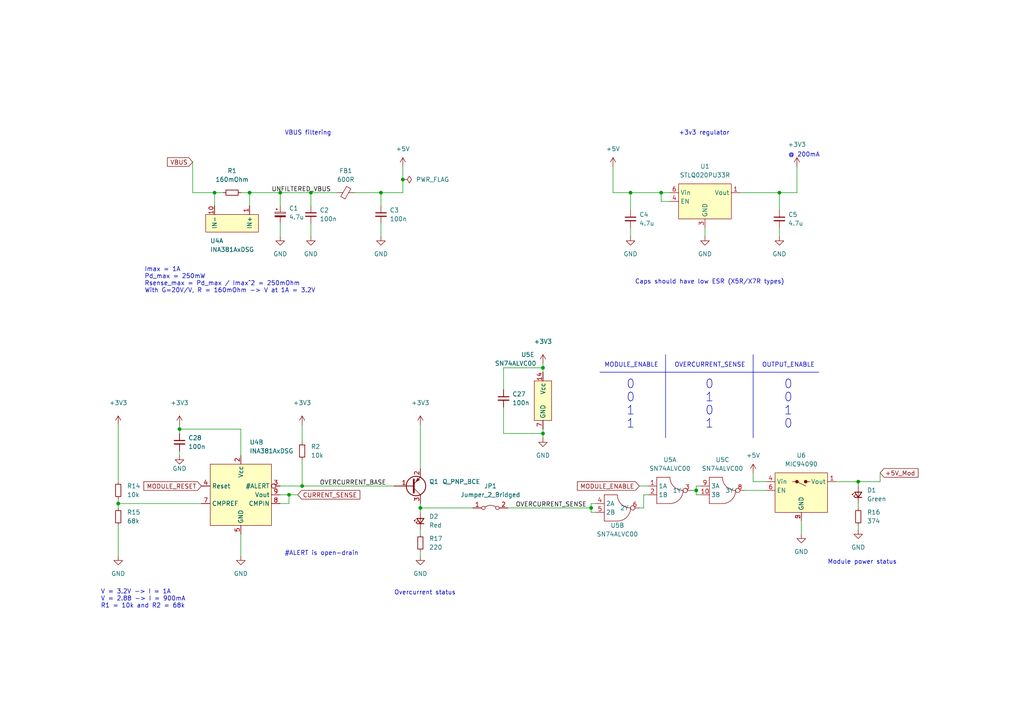
<source format=kicad_sch>
(kicad_sch (version 20220126) (generator eeschema)
  (paper "A4")
  (lib_symbols
    (symbol "Device:C_Polarized_Small" (pin_numbers hide) (pin_names (offset 0.254) hide)
      (property "Reference" "C" (at 0.254 1.778 0))
      (property "Value" "C_Polarized_Small" (at 0.254 -2.032 0))
      (symbol "C_Polarized_Small_0_1"
        (rectangle (start -1.524 -0.3048) (end 1.524 -0.6858) (fill (type outline)))
        (rectangle (start -1.524 0.6858) (end 1.524 0.3048))
        (polyline (pts (xy -1.27 1.524) (xy -0.762 1.524)))
        (polyline (pts (xy -1.016 1.27) (xy -1.016 1.778)))
      )
      (symbol "C_Polarized_Small_1_1"
        (pin passive line (at 0 2.54 270) (length 1.8542) (name "~") (number "1"))
        (pin passive line (at 0 -2.54 90) (length 1.8542) (name "~") (number "2"))
      )
    )
    (symbol "Device:C_Small" (pin_numbers hide) (pin_names (offset 0.254) hide)
      (property "Reference" "C" (at 0.254 1.778 0))
      (property "Value" "C_Small" (at 0.254 -2.032 0))
      (symbol "C_Small_0_1"
        (polyline (pts (xy -1.524 -0.508) (xy 1.524 -0.508)) (stroke (width 0.3302)))
        (polyline (pts (xy -1.524 0.508) (xy 1.524 0.508)) (stroke (width 0.3048)))
      )
      (symbol "C_Small_1_1"
        (pin passive line (at 0 2.54 270) (length 2.032) (name "~") (number "1"))
        (pin passive line (at 0 -2.54 90) (length 2.032) (name "~") (number "2"))
      )
    )
    (symbol "Device:FerriteBead_Small" (pin_numbers hide) (pin_names (offset 0))
      (property "Reference" "FB" (at 1.905 1.27 0))
      (property "Value" "FerriteBead_Small" (at 1.905 -1.27 0))
      (symbol "FerriteBead_Small_0_1"
        (polyline (pts (xy 0 -1.27) (xy 0 -0.7874)))
        (polyline (pts (xy 0 0.889) (xy 0 1.2954)))
        (polyline (pts (xy -1.8288 0.2794) (xy -1.1176 1.4986) (xy 1.8288 -0.2032) (xy 1.1176 -1.4224) (xy -1.8288 0.2794)))
      )
      (symbol "FerriteBead_Small_1_1"
        (pin passive line (at 0 2.54 270) (length 1.27) (name "~") (number "1"))
        (pin passive line (at 0 -2.54 90) (length 1.27) (name "~") (number "2"))
      )
    )
    (symbol "Device:LED_Small" (pin_numbers hide) (pin_names (offset 0.254) hide)
      (property "Reference" "D" (at -1.27 3.175 0))
      (property "Value" "LED_Small" (at -4.445 -2.54 0))
      (symbol "LED_Small_0_1"
        (polyline (pts (xy -0.762 -1.016) (xy -0.762 1.016)) (stroke (width 0.254)))
        (polyline (pts (xy 1.016 0) (xy -0.762 0)))
        (polyline (pts (xy 0.762 -1.016) (xy -0.762 0) (xy 0.762 1.016) (xy 0.762 -1.016)) (stroke (width 0.254)))
        (polyline (pts (xy 0 0.762) (xy -0.508 1.27) (xy -0.254 1.27) (xy -0.508 1.27) (xy -0.508 1.016)))
        (polyline (pts (xy 0.508 1.27) (xy 0 1.778) (xy 0.254 1.778) (xy 0 1.778) (xy 0 1.524)))
      )
      (symbol "LED_Small_1_1"
        (pin passive line (at -2.54 0 0) (length 1.778) (name "K") (number "1"))
        (pin passive line (at 2.54 0 180) (length 1.778) (name "A") (number "2"))
      )
    )
    (symbol "Device:Q_PNP_BEC" (pin_names (offset 0) hide)
      (property "Reference" "Q" (at 5.08 1.27 0))
      (property "Value" "Q_PNP_BEC" (at 5.08 -1.27 0))
      (symbol "Q_PNP_BEC_0_1"
        (polyline (pts (xy 0.635 0.635) (xy 2.54 2.54)))
        (polyline (pts (xy 0.635 -0.635) (xy 2.54 -2.54) (xy 2.54 -2.54)))
        (polyline (pts (xy 0.635 1.905) (xy 0.635 -1.905) (xy 0.635 -1.905)) (stroke (width 0.508)))
        (polyline (pts (xy 2.286 -1.778) (xy 1.778 -2.286) (xy 1.27 -1.27) (xy 2.286 -1.778) (xy 2.286 -1.778)) (fill (type outline)))
        (circle (center 1.27 0) (radius 2.8194) (stroke (width 0.254)))
      )
      (symbol "Q_PNP_BEC_1_1"
        (pin input line (at -5.08 0 0) (length 5.715) (name "B") (number "1"))
        (pin passive line (at 2.54 -5.08 90) (length 2.54) (name "E") (number "2"))
        (pin passive line (at 2.54 5.08 270) (length 2.54) (name "C") (number "3"))
      )
    )
    (symbol "Device:R_Small" (pin_numbers hide) (pin_names (offset 0.254) hide)
      (property "Reference" "R" (at 0.762 0.508 0))
      (property "Value" "R_Small" (at 0.762 -1.016 0))
      (symbol "R_Small_0_1"
        (rectangle (start -0.762 1.778) (end 0.762 -1.778) (stroke (width 0.2032)))
      )
      (symbol "R_Small_1_1"
        (pin passive line (at 0 2.54 270) (length 0.762) (name "~") (number "1"))
        (pin passive line (at 0 -2.54 90) (length 0.762) (name "~") (number "2"))
      )
    )
    (symbol "INA381:INA381AxDSG"
      (property "Reference" "U?" (at 2.54 -2.54 0))
      (property "Value" "INA381AxDSG" (at 2.54 -5.08 0))
      (symbol "INA381AxDSG_1_1"
        (rectangle (start -7.62 -10.16) (end 6.35 -15.24) (stroke (width 0.1524)) (fill (type background)))
        (pin input line (at 3.81 -7.62 270) (length 2.54) (name "IN+") (number "1"))
        (pin input line (at -5.08 -7.62 270) (length 2.54) (name "IN-") (number "10"))
      )
      (symbol "INA381AxDSG_2_1"
        (rectangle (start -8.89 -8.89) (end 8.89 -26.67) (stroke (width 0.1524)) (fill (type background)))
        (pin power_in line (at 0 -6.35 270) (length 2.54) (name "Vcc") (number "2"))
        (pin open_collector inverted (at 11.43 -15.24 180) (length 2.54) (name "#ALERT") (number "3"))
        (pin input line (at -11.43 -15.24 0) (length 2.54) (name "Reset") (number "4"))
        (pin power_in line (at 0 -29.21 90) (length 2.54) (name "GND") (number "5"))
        (pin input line (at -11.43 -20.32 0) (length 2.54) (name "CMPREF") (number "7"))
        (pin input line (at 11.43 -20.32 180) (length 2.54) (name "CMPIN") (number "8"))
        (pin output line (at 11.43 -17.78 180) (length 2.54) (name "Vout") (number "9"))
      )
    )
    (symbol "INA381AxDSG_1"
      (property "Reference" "U?" (at 7.62 -11.4299 0))
      (property "Value" "INA381AxDSG" (at 7.62 -13.9699 0))
      (symbol "INA381AxDSG_1_1_1"
        (rectangle (start -8.89 -10.16) (end 6.35 -15.24) (stroke (width 0.1524)) (fill (type background)))
        (pin input line (at 3.81 -7.62 270) (length 2.54) (name "IN+") (number "1"))
        (pin input line (at -6.35 -7.62 270) (length 2.54) (name "IN-") (number "10"))
      )
      (symbol "INA381AxDSG_1_2_1"
        (rectangle (start -8.89 -8.89) (end 8.89 -26.67) (stroke (width 0.1524)) (fill (type background)))
        (pin power_in line (at 0 -6.35 270) (length 2.54) (name "Vcc") (number "2"))
        (pin open_collector inverted (at -11.43 -20.32 0) (length 2.54) (name "#ALERT") (number "3"))
        (pin input line (at -11.43 -15.24 0) (length 2.54) (name "Reset") (number "4"))
        (pin power_in line (at 0 -29.21 90) (length 2.54) (name "GND") (number "5"))
        (pin input line (at 11.43 -20.32 180) (length 2.54) (name "CMPREF") (number "7"))
        (pin input line (at 11.43 -17.78 180) (length 2.54) (name "CMPIN") (number "8"))
        (pin output line (at 11.43 -15.24 180) (length 2.54) (name "Vout") (number "9"))
      )
    )
    (symbol "Jumper:Jumper_2_Bridged" (pin_names (offset 0) hide)
      (property "Reference" "JP" (at 0 1.905 0))
      (property "Value" "Jumper_2_Bridged" (at 0 -2.54 0))
      (symbol "Jumper_2_Bridged_0_0"
        (circle (center -2.032 0) (radius 0.508))
        (circle (center 2.032 0) (radius 0.508))
      )
      (symbol "Jumper_2_Bridged_0_1"
        (arc (start 1.524 0.254) (mid 0 0.762) (end -1.524 0.254))
      )
      (symbol "Jumper_2_Bridged_1_1"
        (pin passive line (at -5.08 0 0) (length 2.54) (name "A") (number "1"))
        (pin passive line (at 5.08 0 180) (length 2.54) (name "B") (number "2"))
      )
    )
    (symbol "MIC94090:MIC94090"
      (property "Reference" "U" (at 0 0 0))
      (property "Value" "MIC94090" (at 0 -2.54 0))
      (symbol "MIC94090_0_1"
        (rectangle (start -2.54 -6.35) (end 12.7 -17.78) (stroke (width 0.1524)) (fill (type background)))
        (polyline (pts (xy 6.35 -8.89) (xy 7.62 -8.89)) (stroke (width 0.1524)))
        (polyline (pts (xy 2.54 -8.89) (xy 3.81 -8.89) (xy 6.35 -10.16)) (stroke (width 0.1524)))
        (circle (center 3.81 -8.89) (radius 0.0001) (stroke (width 0.5)))
        (circle (center 6.35 -8.89) (radius 0.0001) (stroke (width 0.5)))
      )
      (symbol "MIC94090_1_1"
        (pin input line (at 15.24 -8.89 180) (length 2.54) (name "Vout") (number "1"))
        (pin power_in line (at 5.08 -20.32 90) (length 2.54) (name "GND") (number "2"))
        (pin input line (at -5.08 -8.89 0) (length 2.54) (name "Vin") (number "4"))
        (pin power_in line (at 5.08 -20.32 90) (length 2.54) (name "GND") (number "5"))
        (pin input line (at -5.08 -11.43 0) (length 2.54) (name "EN") (number "6"))
      )
    )
    (symbol "SN74ALVC00:SN74ALVC00"
      (property "Reference" "U" (at 0 0 0))
      (property "Value" "SN74ALVC00" (at 0 -2.54 0))
      (symbol "SN74ALVC00_1_1"
        (polyline (pts (xy -2.54 -13.97) (xy 1.27 -13.97)) (stroke (width 0.1524)))
        (polyline (pts (xy -2.54 -6.35) (xy -2.54 -13.97)) (stroke (width 0.1524)))
        (polyline (pts (xy -2.54 -6.35) (xy 1.27 -6.35)) (stroke (width 0.1524)))
        (arc (start 1.27 -13.97) (mid 3.9641 -12.8541) (end 5.08 -10.16) (stroke (width 0.1524)))
        (arc (start 1.27 -6.35) (mid -1.4241 -12.8541) (end 5.08 -10.16) (stroke (width 0.1524)))
        (pin input line (at -5.08 -8.89 0) (length 2.54) (name "1A") (number "1"))
        (pin input line (at -5.08 -11.43 0) (length 2.54) (name "1B") (number "2"))
        (pin output inverted (at 7.62 -10.16 180) (length 2.54) (name "1Y") (number "3"))
      )
      (symbol "SN74ALVC00_2_1"
        (polyline (pts (xy -2.54 -13.97) (xy 1.27 -13.97)) (stroke (width 0.1524)))
        (polyline (pts (xy -2.54 -6.35) (xy -2.54 -13.97)) (stroke (width 0.1524)))
        (polyline (pts (xy -2.54 -6.35) (xy 1.27 -6.35)) (stroke (width 0.1524)))
        (arc (start 1.27 -13.97) (mid 3.9641 -12.8541) (end 5.08 -10.16) (stroke (width 0.1524)))
        (arc (start 1.27 -6.35) (mid -1.4241 -12.8541) (end 5.08 -10.16) (stroke (width 0.1524)))
        (pin input line (at -5.08 -8.89 0) (length 2.54) (name "2A") (number "4"))
        (pin input line (at -5.08 -11.43 0) (length 2.54) (name "2B") (number "5"))
        (pin output inverted (at 7.62 -10.16 180) (length 2.54) (name "2Y") (number "6"))
      )
      (symbol "SN74ALVC00_3_1"
        (polyline (pts (xy -2.54 -13.97) (xy 1.27 -13.97)) (stroke (width 0.1524)))
        (polyline (pts (xy -2.54 -6.35) (xy -2.54 -13.97)) (stroke (width 0.1524)))
        (polyline (pts (xy -2.54 -6.35) (xy 1.27 -6.35)) (stroke (width 0.1524)))
        (arc (start 1.27 -13.97) (mid 3.9641 -12.8541) (end 5.08 -10.16) (stroke (width 0.1524)))
        (arc (start 1.27 -6.35) (mid -1.4241 -12.8541) (end 5.08 -10.16) (stroke (width 0.1524)))
        (pin input line (at -5.08 -11.43 0) (length 2.54) (name "3B") (number "10"))
        (pin output inverted (at 7.62 -10.16 180) (length 2.54) (name "3Y") (number "8"))
        (pin input line (at -5.08 -8.89 0) (length 2.54) (name "3A") (number "9"))
      )
      (symbol "SN74ALVC00_4_1"
        (polyline (pts (xy -2.54 -13.97) (xy 1.27 -13.97)) (stroke (width 0.1524)))
        (polyline (pts (xy -2.54 -6.35) (xy -2.54 -13.97)) (stroke (width 0.1524)))
        (polyline (pts (xy -2.54 -6.35) (xy 1.27 -6.35)) (stroke (width 0.1524)))
        (arc (start 1.27 -13.97) (mid 3.9641 -12.8541) (end 5.08 -10.16) (stroke (width 0.1524)))
        (arc (start 1.27 -6.35) (mid -1.4241 -12.8541) (end 5.08 -10.16) (stroke (width 0.1524)))
        (pin output inverted (at 7.62 -10.16 180) (length 2.54) (name "4Y") (number "11"))
        (pin input line (at -5.08 -8.89 0) (length 2.54) (name "4A") (number "12"))
        (pin input line (at -5.08 -11.43 0) (length 2.54) (name "4B") (number "13"))
      )
      (symbol "SN74ALVC00_5_1"
        (rectangle (start -2.54 -11.43) (end 2.54 -22.86) (stroke (width 0.1524)) (fill (type background)))
        (pin power_in line (at 0 -8.89 270) (length 2.54) (name "Vcc") (number "14"))
        (pin power_in line (at 0 -25.4 90) (length 2.54) (name "GND") (number "7"))
      )
    )
    (symbol "power:+3V3" (power) (pin_names (offset 0))
      (property "Value" "+3V3" (at 0 3.556 0))
      (symbol "+3V3_0_1"
        (polyline (pts (xy -0.762 1.27) (xy 0 2.54)))
        (polyline (pts (xy 0 0) (xy 0 2.54)))
        (polyline (pts (xy 0 2.54) (xy 0.762 1.27)))
      )
      (symbol "+3V3_1_1"
        (pin power_in line (at 0 0 90) (length 0) hide (name "+3V3") (number "1"))
      )
    )
    (symbol "power:+5V" (power) (pin_names (offset 0))
      (property "Value" "+5V" (at 0 3.556 0))
      (symbol "+5V_0_1"
        (polyline (pts (xy -0.762 1.27) (xy 0 2.54)))
        (polyline (pts (xy 0 0) (xy 0 2.54)))
        (polyline (pts (xy 0 2.54) (xy 0.762 1.27)))
      )
      (symbol "+5V_1_1"
        (pin power_in line (at 0 0 90) (length 0) hide (name "+5V") (number "1"))
      )
    )
    (symbol "power:GND" (power) (pin_names (offset 0))
      (property "Value" "GND" (at 0 -3.81 0))
      (symbol "GND_0_1"
        (polyline (pts (xy 0 0) (xy 0 -1.27) (xy 1.27 -1.27) (xy 0 -2.54) (xy -1.27 -1.27) (xy 0 -1.27)))
      )
      (symbol "GND_1_1"
        (pin power_in line (at 0 0 270) (length 0) hide (name "GND") (number "1"))
      )
    )
    (symbol "power:PWR_FLAG" (power) (pin_numbers hide) (pin_names (offset 0) hide)
      (property "Value" "PWR_FLAG" (at 0 3.81 0))
      (symbol "PWR_FLAG_0_0"
        (pin power_out line (at 0 0 90) (length 0) (name "pwr") (number "1"))
      )
      (symbol "PWR_FLAG_0_1"
        (polyline (pts (xy 0 0) (xy 0 1.27) (xy -1.016 1.905) (xy 0 2.54) (xy 1.016 1.905) (xy 0 1.27)))
      )
    )
    (symbol "stlq020:STLQ020PU33R"
      (property "Reference" "U" (at 0 0 0))
      (property "Value" "STLQ020PU33R" (at 0 -2.54 0))
      (symbol "STLQ020PU33R_0_1"
        (rectangle (start -6.35 -6.35) (end 8.89 -16.51) (stroke (width 0.1524)) (fill (type background)))
      )
      (symbol "STLQ020PU33R_1_1"
        (pin power_out line (at 11.43 -8.89 180) (length 2.54) (name "Vout") (number "1"))
        (pin power_in line (at 1.27 -19.05 90) (length 2.54) (name "GND") (number "3"))
        (pin input line (at -8.89 -11.43 0) (length 2.54) (name "EN") (number "4"))
        (pin power_in line (at -8.89 -8.89 0) (length 2.54) (name "Vin") (number "6"))
      )
    )
  )
  (junction (at 81.28 55.88))
  (junction (at 72.39 55.88))
  (junction (at 182.88 55.88))
  (junction (at 248.92 139.7))
  (junction (at 171.45 147.32))
  (junction (at 201.93 142.24))
  (junction (at 226.06 55.88))
  (junction (at 83.82 143.51))
  (junction (at 34.29 146.05))
  (junction (at 90.17 55.88))
  (junction (at 157.48 106.68))
  (junction (at 62.23 55.88))
  (junction (at 191.77 55.88))
  (junction (at 157.48 125.73))
  (junction (at 116.84 52.07))
  (junction (at 121.92 147.32))
  (junction (at 110.49 55.88))
  (junction (at 52.07 124.46))
  (junction (at 87.63 140.97))
  (wire (pts (xy 182.88 66.04) (xy 182.88 68.58)))
  (wire (pts (xy 121.92 147.32) (xy 121.92 148.59)))
  (wire (pts (xy 34.29 146.05) (xy 34.29 147.32)))
  (wire (pts (xy 121.92 147.32) (xy 137.16 147.32)))
  (wire (pts (xy 157.48 105.41) (xy 157.48 106.68)))
  (wire (pts (xy 255.27 137.16) (xy 255.27 139.7)))
  (wire (pts (xy 81.28 64.77) (xy 81.28 68.58)))
  (wire (pts (xy 226.06 66.04) (xy 226.06 68.58)))
  (wire (pts (xy 110.49 64.77) (xy 110.49 68.58)))
  (wire (pts (xy 242.57 139.7) (xy 248.92 139.7)))
  (wire (pts (xy 87.63 133.35) (xy 87.63 140.97)))
  (wire (pts (xy 146.05 118.11) (xy 146.05 125.73)))
  (wire (pts (xy 203.2 143.51) (xy 201.93 143.51)))
  (wire (pts (xy 52.07 124.46) (xy 52.07 125.73)))
  (wire (pts (xy 83.82 146.05) (xy 83.82 143.51)))
  (wire (pts (xy 177.8 55.88) (xy 182.88 55.88)))
  (wire (pts (xy 248.92 152.4) (xy 248.92 153.67)))
  (wire (pts (xy 172.72 148.59) (xy 171.45 148.59)))
  (wire (pts (xy 52.07 130.81) (xy 52.07 132.08)))
  (wire (pts (xy 102.87 55.88) (xy 110.49 55.88)))
  (wire (pts (xy 201.93 142.24) (xy 201.93 140.97)))
  (wire (pts (xy 110.49 55.88) (xy 110.49 59.69)))
  (wire (pts (xy 81.28 146.05) (xy 83.82 146.05)))
  (wire (pts (xy 157.48 106.68) (xy 157.48 107.95)))
  (wire (pts (xy 116.84 48.26) (xy 116.84 52.07)))
  (wire (pts (xy 62.23 55.88) (xy 64.77 55.88)))
  (polyline (pts (xy 173.99 107.95) (xy 237.49 107.95)))
  (wire (pts (xy 52.07 123.19) (xy 52.07 124.46)))
  (wire (pts (xy 248.92 146.05) (xy 248.92 147.32)))
  (wire (pts (xy 226.06 55.88) (xy 226.06 60.96)))
  (wire (pts (xy 182.88 55.88) (xy 182.88 60.96)))
  (wire (pts (xy 69.85 154.94) (xy 69.85 161.29)))
  (wire (pts (xy 55.88 46.99) (xy 55.88 55.88)))
  (wire (pts (xy 204.47 66.04) (xy 204.47 68.58)))
  (wire (pts (xy 87.63 123.19) (xy 87.63 128.27)))
  (wire (pts (xy 200.66 142.24) (xy 201.93 142.24)))
  (wire (pts (xy 157.48 125.73) (xy 157.48 127)))
  (wire (pts (xy 232.41 151.13) (xy 232.41 154.94)))
  (wire (pts (xy 121.92 123.19) (xy 121.92 135.89)))
  (wire (pts (xy 55.88 55.88) (xy 62.23 55.88)))
  (wire (pts (xy 171.45 147.32) (xy 171.45 148.59)))
  (wire (pts (xy 34.29 144.78) (xy 34.29 146.05)))
  (wire (pts (xy 69.85 124.46) (xy 52.07 124.46)))
  (polyline (pts (xy 218.44 102.87) (xy 218.44 127)))
  (wire (pts (xy 69.85 55.88) (xy 72.39 55.88)))
  (wire (pts (xy 146.05 106.68) (xy 146.05 113.03)))
  (wire (pts (xy 34.29 123.19) (xy 34.29 139.7)))
  (wire (pts (xy 185.42 147.32) (xy 186.69 147.32)))
  (wire (pts (xy 146.05 106.68) (xy 157.48 106.68)))
  (wire (pts (xy 201.93 140.97) (xy 203.2 140.97)))
  (wire (pts (xy 177.8 48.26) (xy 177.8 55.88)))
  (wire (pts (xy 171.45 147.32) (xy 171.45 146.05)))
  (wire (pts (xy 171.45 146.05) (xy 172.72 146.05)))
  (wire (pts (xy 218.44 137.16) (xy 218.44 139.7)))
  (wire (pts (xy 83.82 143.51) (xy 81.28 143.51)))
  (wire (pts (xy 218.44 139.7) (xy 222.25 139.7)))
  (wire (pts (xy 194.31 58.42) (xy 191.77 58.42)))
  (wire (pts (xy 182.88 55.88) (xy 191.77 55.88)))
  (wire (pts (xy 34.29 152.4) (xy 34.29 161.29)))
  (wire (pts (xy 191.77 55.88) (xy 194.31 55.88)))
  (wire (pts (xy 201.93 142.24) (xy 201.93 143.51)))
  (wire (pts (xy 69.85 124.46) (xy 69.85 132.08)))
  (wire (pts (xy 215.9 142.24) (xy 222.25 142.24)))
  (wire (pts (xy 87.63 140.97) (xy 114.3 140.97)))
  (wire (pts (xy 248.92 139.7) (xy 255.27 139.7)))
  (wire (pts (xy 231.14 55.88) (xy 226.06 55.88)))
  (wire (pts (xy 248.92 139.7) (xy 248.92 140.97)))
  (wire (pts (xy 116.84 52.07) (xy 116.84 55.88)))
  (wire (pts (xy 186.69 143.51) (xy 187.96 143.51)))
  (wire (pts (xy 191.77 58.42) (xy 191.77 55.88)))
  (wire (pts (xy 121.92 146.05) (xy 121.92 147.32)))
  (polyline (pts (xy 193.04 102.87) (xy 193.04 127)))
  (wire (pts (xy 121.92 153.67) (xy 121.92 154.94)))
  (wire (pts (xy 87.63 140.97) (xy 81.28 140.97)))
  (wire (pts (xy 72.39 55.88) (xy 81.28 55.88)))
  (wire (pts (xy 231.14 48.26) (xy 231.14 55.88)))
  (wire (pts (xy 83.82 143.51) (xy 86.36 143.51)))
  (wire (pts (xy 90.17 55.88) (xy 97.79 55.88)))
  (wire (pts (xy 90.17 55.88) (xy 90.17 59.69)))
  (wire (pts (xy 157.48 125.73) (xy 157.48 124.46)))
  (wire (pts (xy 110.49 55.88) (xy 116.84 55.88)))
  (wire (pts (xy 81.28 55.88) (xy 90.17 55.88)))
  (wire (pts (xy 214.63 55.88) (xy 226.06 55.88)))
  (wire (pts (xy 62.23 59.69) (xy 62.23 55.88)))
  (wire (pts (xy 72.39 59.69) (xy 72.39 55.88)))
  (wire (pts (xy 147.32 147.32) (xy 171.45 147.32)))
  (wire (pts (xy 121.92 160.02) (xy 121.92 161.29)))
  (wire (pts (xy 186.69 147.32) (xy 186.69 143.51)))
  (wire (pts (xy 81.28 55.88) (xy 81.28 59.69)))
  (wire (pts (xy 185.42 140.97) (xy 187.96 140.97)))
  (wire (pts (xy 34.29 146.05) (xy 58.42 146.05)))
  (wire (pts (xy 90.17 64.77) (xy 90.17 68.58)))
  (wire (pts (xy 146.05 125.73) (xy 157.48 125.73)))
  (text "OVERCURRENT_SENSE" (at 195.58 106.68 0) (effects (font (size 1.27 1.27)) (justify left bottom)))
  (text "1" (at 204.47 116.84 0) (effects (font (size 2.54 2.54)) (justify left bottom)))
  (text "Module power status" (at 240.03 163.83 0) (effects (font (size 1.27 1.27)) (justify left bottom)))
  (text "Overcurrent status" (at 114.3 172.72 0) (effects (font (size 1.27 1.27)) (justify left bottom)))
  (text "0" (at 181.61 113.03 0) (effects (font (size 2.54 2.54)) (justify left bottom)))
  (text "@ 200mA" (at 228.6 45.72 0) (effects (font (size 1.27 1.27)) (justify left bottom)))
  (text "VBUS filtering" (at 82.55 39.37 0) (effects (font (size 1.27 1.27)) (justify left bottom)))
  (text "1" (at 227.33 120.65 0) (effects (font (size 2.54 2.54)) (justify left bottom)))
  (text "0" (at 204.47 113.03 0) (effects (font (size 2.54 2.54)) (justify left bottom)))
  (text "V = 3.2V -> I = 1A\nV = 2.88 -> I = 900mA\nR1 = 10k and R2 = 68k" (at 29.21 176.53 0) (effects (font (size 1.27 1.27)) (justify left bottom)))
  (text "Imax = 1A\nPd_max = 250mW\nRsense_max = Pd_max / Imax^2 = 250mOhm\nWith G=20V/V, R = 160mOhm -> V at 1A = 3.2V" (at 41.91 85.09 0) (effects (font (size 1.27 1.27)) (justify left bottom)))
  (text "1" (at 181.61 120.65 0) (effects (font (size 2.54 2.54)) (justify left bottom)))
  (text "+3v3 regulator" (at 196.85 39.37 0) (effects (font (size 1.27 1.27)) (justify left bottom)))
  (text "1" (at 204.47 124.46 0) (effects (font (size 2.54 2.54)) (justify left bottom)))
  (text "0" (at 227.33 113.03 0) (effects (font (size 2.54 2.54)) (justify left bottom)))
  (text "0" (at 227.33 116.84 0) (effects (font (size 2.54 2.54)) (justify left bottom)))
  (text "0" (at 227.33 124.46 0) (effects (font (size 2.54 2.54)) (justify left bottom)))
  (text "0" (at 181.61 116.84 0) (effects (font (size 2.54 2.54)) (justify left bottom)))
  (text "#ALERT is open-drain" (at 82.55 161.29 0) (effects (font (size 1.27 1.27)) (justify left bottom)))
  (text "OUTPUT_ENABLE" (at 220.98 106.68 0) (effects (font (size 1.27 1.27)) (justify left bottom)))
  (text "Caps should have low ESR (X5R/X7R types)" (at 184.15 82.55 0) (effects (font (size 1.27 1.27)) (justify left bottom)))
  (text "1" (at 181.61 124.46 0) (effects (font (size 2.54 2.54)) (justify left bottom)))
  (text "0" (at 204.47 120.65 0) (effects (font (size 2.54 2.54)) (justify left bottom)))
  (text "MODULE_ENABLE" (at 175.26 106.68 0) (effects (font (size 1.27 1.27)) (justify left bottom)))
  (label "OVERCURRENT_BASE" (at 92.71 140.97 0))
  (label "UNFILTERED_VBUS" (at 78.74 55.88 0))
  (label "OVERCURRENT_SENSE" (at 170.18 147.32 0))
  (global_label "CURRENT_SENSE" (shape input) (at 86.36 143.51 0) (property "Intersheet References" "${INTERSHEET_REFS}" (at 104.376 143.4306 0) (effects (justify left))))
  (global_label "MODULE_RESET" (shape input) (at 58.42 140.97 180) (property "Intersheet References" "${INTERSHEET_REFS}" (at 41.7345 140.8906 0) (effects (justify right))))
  (global_label "+5V_Mod" (shape input) (at 255.27 137.16 0) (property "Intersheet References" "${INTERSHEET_REFS}" (at 266.2707 137.0806 0) (effects (justify left))))
  (global_label "VBUS" (shape input) (at 55.88 46.99 180) (property "Intersheet References" "${INTERSHEET_REFS}" (at 48.5683 46.9106 0) (effects (justify right))))
  (global_label "MODULE_ENABLE" (shape input) (at 185.42 140.97 180) (property "Intersheet References" "${INTERSHEET_REFS}" (at 167.4645 140.8906 0) (effects (justify right))))
  (symbol (lib_id "Device:C_Polarized_Small") (at 81.28 62.23 0) (unit 1)
    (property "Reference" "C1" (at 83.82 60.4138 0) (effects (justify left)))
    (property "Value" "4.7u" (at 83.82 62.9538 0) (effects (justify left)))
    (property "Footprint" "Capacitor_SMD:C_0805_2012Metric" (effects hide))
    (property "Part Number" "GRM21BR71C475KE51L" (effects hide))
  )
  (symbol (lib_id "power:GND") (at 232.41 154.94 0) (unit 1)
    (property "Reference" "#PWR0112" (effects hide))
    (property "Value" "GND" (at 232.41 160.02 0))
  )
  (symbol (lib_id "power:+3V3") (at 52.07 123.19 0) (unit 1)
    (property "Reference" "#PWR0102" (effects hide))
    (property "Value" "+3V3" (at 52.07 116.84 0))
  )
  (symbol (lib_name "INA381AxDSG_1") (lib_id "INA381:INA381AxDSG") (at 68.58 52.07 0) (unit 1)
    (property "Reference" "U4" (at 60.96 69.85 0) (effects (justify left)))
    (property "Value" "INA381AxDSG" (at 60.96 72.39 0) (effects (justify left)))
    (property "Footprint" "Package_SO:VSSOP-10_3x3mm_P0.5mm" (effects hide))
    (property "Part Number" "INA381A1IDGSR" (effects hide))
  )
  (symbol (lib_id "SN74ALVC00:SN74ALVC00") (at 208.28 132.08 0) (unit 3)
    (property "Reference" "U5" (at 209.55 133.35 0))
    (property "Value" "SN74ALVC00" (at 209.55 135.89 0))
    (property "Footprint" "Package_SO:TSSOP-14_4.4x5mm_P0.65mm" (effects hide))
    (property "Part Number" "SN74ALVC00PWR" (effects hide))
  )
  (symbol (lib_id "power:PWR_FLAG") (at 116.84 52.07 270) (mirror x) (unit 1)
    (property "Reference" "#FLG0101" (effects hide))
    (property "Value" "PWR_FLAG" (at 120.65 52.0699 90) (effects (justify left)))
  )
  (symbol (lib_id "power:+3V3") (at 231.14 48.26 0) (unit 1)
    (property "Reference" "#PWR03" (effects hide))
    (property "Value" "+3V3" (at 231.14 41.91 0))
  )
  (symbol (lib_id "Device:Q_PNP_BEC") (at 119.38 140.97 0) (mirror x) (unit 1)
    (property "Reference" "Q1" (at 124.46 139.6999 0) (effects (justify left)))
    (property "Value" "Q_PNP_BCE" (at 128.27 139.7 0) (effects (justify left)))
    (property "Footprint" "Package_TO_SOT_SMD:SOT-23" (effects hide))
    (property "Part Number" "BC857,215" (effects hide))
  )
  (symbol (lib_id "Device:C_Small") (at 110.49 62.23 0) (unit 1)
    (property "Reference" "C3" (at 113.03 60.9662 0) (effects (justify left)))
    (property "Value" "100n" (at 113.03 63.5062 0) (effects (justify left)))
    (property "Footprint" "Capacitor_SMD:C_0603_1608Metric" (effects hide))
    (property "Part Number" "885012206095" (effects hide))
  )
  (symbol (lib_id "Device:FerriteBead_Small") (at 100.33 55.88 90) (unit 1)
    (property "Reference" "FB1" (at 100.2919 49.53 90))
    (property "Value" "600R" (at 100.2919 52.07 90))
    (property "Footprint" "Inductor_SMD:L_1206_3216Metric" (effects hide))
    (property "Part Number" "MH3261-601Y" (effects hide))
  )
  (symbol (lib_id "power:+5V") (at 116.84 48.26 0) (unit 1)
    (property "Reference" "#PWR01" (effects hide))
    (property "Value" "+5V" (at 116.84 43.18 0))
  )
  (symbol (lib_id "Device:R_Small") (at 248.92 149.86 0) (unit 1)
    (property "Reference" "R16" (at 251.46 148.5899 0) (effects (justify left)))
    (property "Value" "374" (at 251.46 151.1299 0) (effects (justify left)))
    (property "Footprint" "Resistor_SMD:R_0603_1608Metric" (effects hide))
    (property "Part Number" "CR0603-FX-3740ELF" (effects hide))
  )
  (symbol (lib_id "Device:R_Small") (at 34.29 142.24 0) (unit 1)
    (property "Reference" "R14" (at 36.83 140.9699 0) (effects (justify left)))
    (property "Value" "10k" (at 36.83 143.5099 0) (effects (justify left)))
    (property "Footprint" "Resistor_SMD:R_0603_1608Metric" (effects hide))
    (property "Part Number" "CR0603-FX-1002ELF" (effects hide))
  )
  (symbol (lib_id "power:GND") (at 157.48 127 0) (unit 1)
    (property "Reference" "#PWR0110" (effects hide))
    (property "Value" "GND" (at 157.48 132.08 0))
  )
  (symbol (lib_id "Device:R_Small") (at 87.63 130.81 0) (unit 1)
    (property "Reference" "R2" (at 90.17 129.5399 0) (effects (justify left)))
    (property "Value" "10k" (at 90.17 132.0799 0) (effects (justify left)))
    (property "Footprint" "Resistor_SMD:R_0603_1608Metric" (effects hide))
    (property "Part Number" "CR0603-FX-1002ELF" (effects hide))
  )
  (symbol (lib_id "SN74ALVC00:SN74ALVC00") (at 193.04 132.08 0) (unit 1)
    (property "Reference" "U5" (at 194.31 133.35 0))
    (property "Value" "SN74ALVC00" (at 194.31 135.89 0))
    (property "Footprint" "Package_SO:TSSOP-14_4.4x5mm_P0.65mm" (effects hide))
    (property "Part Number" "SN74ALVC00PWR" (effects hide))
  )
  (symbol (lib_id "power:+3V3") (at 34.29 123.19 0) (unit 1)
    (property "Reference" "#PWR0109" (effects hide))
    (property "Value" "+3V3" (at 34.29 116.84 0))
  )
  (symbol (lib_id "power:+3V3") (at 87.63 123.19 0) (unit 1)
    (property "Reference" "#PWR0105" (effects hide))
    (property "Value" "+3V3" (at 87.63 116.84 0))
  )
  (symbol (lib_id "SN74ALVC00:SN74ALVC00") (at 157.48 99.06 0) (unit 5)
    (property "Reference" "U5" (at 151.13 102.87 0) (effects (justify left)))
    (property "Value" "SN74ALVC00" (at 143.51 105.41 0) (effects (justify left)))
    (property "Footprint" "Package_SO:TSSOP-14_4.4x5mm_P0.65mm" (effects hide))
    (property "Part Number" "SN74ALVC00PWR" (effects hide))
  )
  (symbol (lib_id "power:GND") (at 121.92 161.29 0) (unit 1)
    (property "Reference" "#PWR0106" (effects hide))
    (property "Value" "GND" (at 121.92 166.37 0))
  )
  (symbol (lib_id "Device:C_Small") (at 146.05 115.57 0) (unit 1)
    (property "Reference" "C27" (at 148.59 114.3062 0) (effects (justify left)))
    (property "Value" "100n" (at 148.59 116.8462 0) (effects (justify left)))
    (property "Footprint" "Capacitor_SMD:C_0603_1608Metric" (effects hide))
    (property "Part Number" "885012206095" (effects hide))
  )
  (symbol (lib_id "power:GND") (at 69.85 161.29 0) (unit 1)
    (property "Reference" "#PWR0103" (effects hide))
    (property "Value" "GND" (at 69.85 166.37 0))
  )
  (symbol (lib_id "power:GND") (at 34.29 161.29 0) (unit 1)
    (property "Reference" "#PWR0108" (effects hide))
    (property "Value" "GND" (at 34.29 166.37 0))
  )
  (symbol (lib_id "power:GND") (at 248.92 153.67 0) (unit 1)
    (property "Reference" "#PWR0101" (effects hide))
    (property "Value" "GND" (at 248.92 158.75 0))
  )
  (symbol (lib_id "Device:LED_Small") (at 121.92 151.13 90) (unit 1)
    (property "Reference" "D2" (at 124.46 149.7964 90) (effects (justify right)))
    (property "Value" "Red" (at 124.46 152.3364 90) (effects (justify right)))
    (property "Footprint" "LED_SMD:LED_1206_3216Metric" (effects hide))
    (property "Part Number" "156120RS75300" (effects hide))
  )
  (symbol (lib_id "Device:R_Small") (at 34.29 149.86 0) (unit 1)
    (property "Reference" "R15" (at 36.83 148.5899 0) (effects (justify left)))
    (property "Value" "68k" (at 36.83 151.1299 0) (effects (justify left)))
    (property "Footprint" "Resistor_SMD:R_0603_1608Metric" (effects hide))
    (property "Part Number" "CR0603-FX-6802ELF" (effects hide))
  )
  (symbol (lib_id "power:GND") (at 81.28 68.58 0) (unit 1)
    (property "Reference" "#PWR06" (effects hide))
    (property "Value" "GND" (at 81.28 73.66 0))
  )
  (symbol (lib_id "SN74ALVC00:SN74ALVC00") (at 177.8 137.16 0) (unit 2)
    (property "Reference" "U5" (at 179.07 152.4 0))
    (property "Value" "SN74ALVC00" (at 179.07 154.94 0))
    (property "Footprint" "Package_SO:TSSOP-14_4.4x5mm_P0.65mm" (effects hide))
    (property "Part Number" "SN74ALVC00PWR" (effects hide))
  )
  (symbol (lib_id "power:GND") (at 110.49 68.58 0) (unit 1)
    (property "Reference" "#PWR08" (effects hide))
    (property "Value" "GND" (at 110.49 73.66 0))
  )
  (symbol (lib_id "Device:C_Small") (at 182.88 63.5 0) (unit 1)
    (property "Reference" "C4" (at 185.42 62.2362 0) (effects (justify left)))
    (property "Value" "4.7u" (at 185.42 64.7762 0) (effects (justify left)))
    (property "Footprint" "Capacitor_SMD:C_0805_2012Metric" (effects hide))
    (property "Part Number" "GRM21BR71C475KE51L" (effects hide))
  )
  (symbol (lib_id "Device:C_Small") (at 52.07 128.27 0) (unit 1)
    (property "Reference" "C28" (at 54.61 127.0062 0) (effects (justify left)))
    (property "Value" "100n" (at 54.61 129.5462 0) (effects (justify left)))
    (property "Footprint" "Capacitor_SMD:C_0603_1608Metric" (effects hide))
    (property "Part Number" "885012206095" (effects hide))
  )
  (symbol (lib_id "power:GND") (at 226.06 68.58 0) (unit 1)
    (property "Reference" "#PWR011" (effects hide))
    (property "Value" "GND" (at 226.06 73.66 0))
  )
  (symbol (lib_id "Device:LED_Small") (at 248.92 143.51 90) (unit 1)
    (property "Reference" "D1" (at 251.46 142.1764 90) (effects (justify right)))
    (property "Value" "Green" (at 251.46 144.7164 90) (effects (justify right)))
    (property "Footprint" "LED_SMD:LED_1206_3216Metric" (effects hide))
    (property "Part Number" "156120VS75300" (effects hide))
  )
  (symbol (lib_id "INA381:INA381AxDSG") (at 69.85 125.73 0) (unit 2)
    (property "Reference" "U4" (at 72.39 128.27 0) (effects (justify left)))
    (property "Value" "INA381AxDSG" (at 72.39 130.81 0) (effects (justify left)))
    (property "Footprint" "Package_SO:VSSOP-10_3x3mm_P0.5mm" (effects hide))
    (property "Part Number" "INA381A1IDGSR" (effects hide))
  )
  (symbol (lib_id "power:GND") (at 204.47 68.58 0) (unit 1)
    (property "Reference" "#PWR010" (effects hide))
    (property "Value" "GND" (at 204.47 73.66 0))
  )
  (symbol (lib_id "stlq020:STLQ020PU33R") (at 203.2 46.99 0) (unit 1)
    (property "Reference" "U1" (at 204.47 48.26 0))
    (property "Value" "STLQ020PU33R" (at 204.47 50.8 0))
    (property "Footprint" "Package_DFN_QFN:DFN-6-1EP_2x2mm_P0.5mm_EP0.6x1.37mm" (effects hide))
    (property "Part Number" "STLQ020PU33R" (effects hide))
  )
  (symbol (lib_id "Device:R_Small") (at 67.31 55.88 90) (unit 1)
    (property "Reference" "R1" (at 67.31 49.53 90))
    (property "Value" "160mOhm" (at 67.31 52.07 90))
    (property "Footprint" "Resistor_SMD:R_0805_2012Metric" (effects hide))
    (property "Part Number" "RL1220S-R16-F" (effects hide))
  )
  (symbol (lib_id "power:GND") (at 90.17 68.58 0) (unit 1)
    (property "Reference" "#PWR07" (effects hide))
    (property "Value" "GND" (at 90.17 73.66 0))
  )
  (symbol (lib_id "Device:C_Small") (at 90.17 62.23 0) (unit 1)
    (property "Reference" "C2" (at 92.71 60.9662 0) (effects (justify left)))
    (property "Value" "100n" (at 92.71 63.5062 0) (effects (justify left)))
    (property "Footprint" "Capacitor_SMD:C_0603_1608Metric" (effects hide))
    (property "Part Number" "885012206095" (effects hide))
  )
  (symbol (lib_id "power:+3V3") (at 157.48 105.41 0) (unit 1)
    (property "Reference" "#PWR0111" (effects hide))
    (property "Value" "+3V3" (at 157.48 99.06 0))
  )
  (symbol (lib_id "MIC94090:MIC94090") (at 227.33 130.81 0) (unit 1)
    (property "Reference" "U6" (at 232.41 132.08 0))
    (property "Value" "MIC94090" (at 232.41 134.62 0))
    (property "Footprint" "Package_TO_SOT_SMD:SOT-363_SC-70-6" (effects hide))
    (property "Part Number" "MIC94090YC6-TR" (effects hide))
  )
  (symbol (lib_id "power:GND") (at 52.07 132.08 0) (unit 1)
    (property "Reference" "#PWR0104" (effects hide))
    (property "Value" "GND" (at 52.07 135.89 0))
  )
  (symbol (lib_id "power:+5V") (at 177.8 48.26 0) (unit 1)
    (property "Reference" "#PWR02" (effects hide))
    (property "Value" "+5V" (at 177.8 43.18 0))
  )
  (symbol (lib_id "Jumper:Jumper_2_Bridged") (at 142.24 147.32 0) (unit 1)
    (property "Reference" "JP1" (at 142.24 140.97 0))
    (property "Value" "Jumper_2_Bridged" (at 142.24 143.51 0))
    (property "Footprint" "Jumper:SolderJumper-2_P1.3mm_Bridged_RoundedPad1.0x1.5mm" (effects hide))
  )
  (symbol (lib_id "power:+3V3") (at 121.92 123.19 0) (unit 1)
    (property "Reference" "#PWR0107" (effects hide))
    (property "Value" "+3V3" (at 121.92 116.84 0))
  )
  (symbol (lib_id "power:GND") (at 182.88 68.58 0) (unit 1)
    (property "Reference" "#PWR09" (effects hide))
    (property "Value" "GND" (at 182.88 73.66 0))
  )
  (symbol (lib_id "Device:R_Small") (at 121.92 157.48 0) (unit 1)
    (property "Reference" "R17" (at 124.46 156.2099 0) (effects (justify left)))
    (property "Value" "220" (at 124.46 158.7499 0) (effects (justify left)))
    (property "Footprint" "Resistor_SMD:R_0603_1608Metric" (effects hide))
    (property "Part Number" "RC0603FR-07220RL" (effects hide))
  )
  (symbol (lib_id "power:+5V") (at 218.44 137.16 0) (unit 1)
    (property "Reference" "#PWR05" (effects hide))
    (property "Value" "+5V" (at 218.44 132.08 0))
  )
  (symbol (lib_id "Device:C_Small") (at 226.06 63.5 0) (unit 1)
    (property "Reference" "C5" (at 228.6 62.2362 0) (effects (justify left)))
    (property "Value" "4.7u" (at 228.6 64.7762 0) (effects (justify left)))
    (property "Footprint" "Capacitor_SMD:C_0805_2012Metric" (effects hide))
    (property "Part Number" "GRM21BR71C475KE51L" (effects hide))
  )
)
</source>
